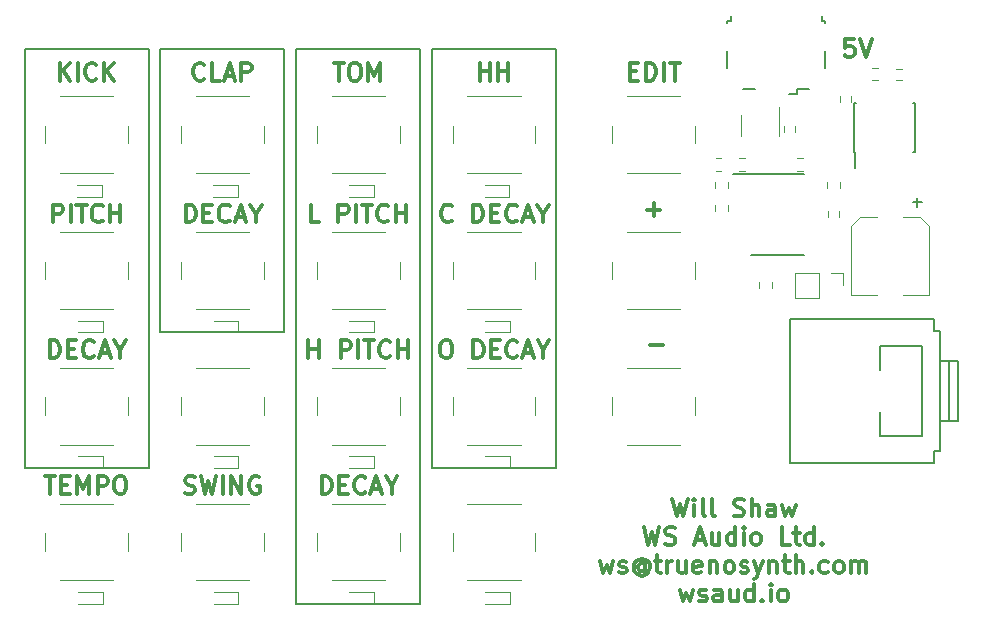
<source format=gbr>
G04 #@! TF.FileFunction,Legend,Top*
%FSLAX46Y46*%
G04 Gerber Fmt 4.6, Leading zero omitted, Abs format (unit mm)*
G04 Created by KiCad (PCBNEW 4.0.0-rc2-stable) date 16/03/2018 16:43:17*
%MOMM*%
G01*
G04 APERTURE LIST*
%ADD10C,0.100000*%
%ADD11C,0.300000*%
%ADD12C,0.200000*%
%ADD13C,0.120000*%
%ADD14C,0.150000*%
G04 APERTURE END LIST*
D10*
D11*
X162349515Y-91078571D02*
X162706658Y-92578571D01*
X162992372Y-91507143D01*
X163278086Y-92578571D01*
X163635229Y-91078571D01*
X164206658Y-92578571D02*
X164206658Y-91578571D01*
X164206658Y-91078571D02*
X164135229Y-91150000D01*
X164206658Y-91221429D01*
X164278086Y-91150000D01*
X164206658Y-91078571D01*
X164206658Y-91221429D01*
X165135230Y-92578571D02*
X164992372Y-92507143D01*
X164920944Y-92364286D01*
X164920944Y-91078571D01*
X165920944Y-92578571D02*
X165778086Y-92507143D01*
X165706658Y-92364286D01*
X165706658Y-91078571D01*
X167563800Y-92507143D02*
X167778086Y-92578571D01*
X168135229Y-92578571D01*
X168278086Y-92507143D01*
X168349515Y-92435714D01*
X168420943Y-92292857D01*
X168420943Y-92150000D01*
X168349515Y-92007143D01*
X168278086Y-91935714D01*
X168135229Y-91864286D01*
X167849515Y-91792857D01*
X167706657Y-91721429D01*
X167635229Y-91650000D01*
X167563800Y-91507143D01*
X167563800Y-91364286D01*
X167635229Y-91221429D01*
X167706657Y-91150000D01*
X167849515Y-91078571D01*
X168206657Y-91078571D01*
X168420943Y-91150000D01*
X169063800Y-92578571D02*
X169063800Y-91078571D01*
X169706657Y-92578571D02*
X169706657Y-91792857D01*
X169635228Y-91650000D01*
X169492371Y-91578571D01*
X169278086Y-91578571D01*
X169135228Y-91650000D01*
X169063800Y-91721429D01*
X171063800Y-92578571D02*
X171063800Y-91792857D01*
X170992371Y-91650000D01*
X170849514Y-91578571D01*
X170563800Y-91578571D01*
X170420943Y-91650000D01*
X171063800Y-92507143D02*
X170920943Y-92578571D01*
X170563800Y-92578571D01*
X170420943Y-92507143D01*
X170349514Y-92364286D01*
X170349514Y-92221429D01*
X170420943Y-92078571D01*
X170563800Y-92007143D01*
X170920943Y-92007143D01*
X171063800Y-91935714D01*
X171635229Y-91578571D02*
X171920943Y-92578571D01*
X172206657Y-91864286D01*
X172492372Y-92578571D01*
X172778086Y-91578571D01*
X159956657Y-93478571D02*
X160313800Y-94978571D01*
X160599514Y-93907143D01*
X160885228Y-94978571D01*
X161242371Y-93478571D01*
X161742371Y-94907143D02*
X161956657Y-94978571D01*
X162313800Y-94978571D01*
X162456657Y-94907143D01*
X162528086Y-94835714D01*
X162599514Y-94692857D01*
X162599514Y-94550000D01*
X162528086Y-94407143D01*
X162456657Y-94335714D01*
X162313800Y-94264286D01*
X162028086Y-94192857D01*
X161885228Y-94121429D01*
X161813800Y-94050000D01*
X161742371Y-93907143D01*
X161742371Y-93764286D01*
X161813800Y-93621429D01*
X161885228Y-93550000D01*
X162028086Y-93478571D01*
X162385228Y-93478571D01*
X162599514Y-93550000D01*
X164313799Y-94550000D02*
X165028085Y-94550000D01*
X164170942Y-94978571D02*
X164670942Y-93478571D01*
X165170942Y-94978571D01*
X166313799Y-93978571D02*
X166313799Y-94978571D01*
X165670942Y-93978571D02*
X165670942Y-94764286D01*
X165742370Y-94907143D01*
X165885228Y-94978571D01*
X166099513Y-94978571D01*
X166242370Y-94907143D01*
X166313799Y-94835714D01*
X167670942Y-94978571D02*
X167670942Y-93478571D01*
X167670942Y-94907143D02*
X167528085Y-94978571D01*
X167242371Y-94978571D01*
X167099513Y-94907143D01*
X167028085Y-94835714D01*
X166956656Y-94692857D01*
X166956656Y-94264286D01*
X167028085Y-94121429D01*
X167099513Y-94050000D01*
X167242371Y-93978571D01*
X167528085Y-93978571D01*
X167670942Y-94050000D01*
X168385228Y-94978571D02*
X168385228Y-93978571D01*
X168385228Y-93478571D02*
X168313799Y-93550000D01*
X168385228Y-93621429D01*
X168456656Y-93550000D01*
X168385228Y-93478571D01*
X168385228Y-93621429D01*
X169313800Y-94978571D02*
X169170942Y-94907143D01*
X169099514Y-94835714D01*
X169028085Y-94692857D01*
X169028085Y-94264286D01*
X169099514Y-94121429D01*
X169170942Y-94050000D01*
X169313800Y-93978571D01*
X169528085Y-93978571D01*
X169670942Y-94050000D01*
X169742371Y-94121429D01*
X169813800Y-94264286D01*
X169813800Y-94692857D01*
X169742371Y-94835714D01*
X169670942Y-94907143D01*
X169528085Y-94978571D01*
X169313800Y-94978571D01*
X172313800Y-94978571D02*
X171599514Y-94978571D01*
X171599514Y-93478571D01*
X172599514Y-93978571D02*
X173170943Y-93978571D01*
X172813800Y-93478571D02*
X172813800Y-94764286D01*
X172885228Y-94907143D01*
X173028086Y-94978571D01*
X173170943Y-94978571D01*
X174313800Y-94978571D02*
X174313800Y-93478571D01*
X174313800Y-94907143D02*
X174170943Y-94978571D01*
X173885229Y-94978571D01*
X173742371Y-94907143D01*
X173670943Y-94835714D01*
X173599514Y-94692857D01*
X173599514Y-94264286D01*
X173670943Y-94121429D01*
X173742371Y-94050000D01*
X173885229Y-93978571D01*
X174170943Y-93978571D01*
X174313800Y-94050000D01*
X175028086Y-94835714D02*
X175099514Y-94907143D01*
X175028086Y-94978571D01*
X174956657Y-94907143D01*
X175028086Y-94835714D01*
X175028086Y-94978571D01*
X156206657Y-96378571D02*
X156492371Y-97378571D01*
X156778085Y-96664286D01*
X157063800Y-97378571D01*
X157349514Y-96378571D01*
X157849514Y-97307143D02*
X157992371Y-97378571D01*
X158278086Y-97378571D01*
X158420943Y-97307143D01*
X158492371Y-97164286D01*
X158492371Y-97092857D01*
X158420943Y-96950000D01*
X158278086Y-96878571D01*
X158063800Y-96878571D01*
X157920943Y-96807143D01*
X157849514Y-96664286D01*
X157849514Y-96592857D01*
X157920943Y-96450000D01*
X158063800Y-96378571D01*
X158278086Y-96378571D01*
X158420943Y-96450000D01*
X160063800Y-96664286D02*
X159992372Y-96592857D01*
X159849515Y-96521429D01*
X159706657Y-96521429D01*
X159563800Y-96592857D01*
X159492372Y-96664286D01*
X159420943Y-96807143D01*
X159420943Y-96950000D01*
X159492372Y-97092857D01*
X159563800Y-97164286D01*
X159706657Y-97235714D01*
X159849515Y-97235714D01*
X159992372Y-97164286D01*
X160063800Y-97092857D01*
X160063800Y-96521429D02*
X160063800Y-97092857D01*
X160135229Y-97164286D01*
X160206657Y-97164286D01*
X160349515Y-97092857D01*
X160420943Y-96950000D01*
X160420943Y-96592857D01*
X160278086Y-96378571D01*
X160063800Y-96235714D01*
X159778086Y-96164286D01*
X159492372Y-96235714D01*
X159278086Y-96378571D01*
X159135229Y-96592857D01*
X159063800Y-96878571D01*
X159135229Y-97164286D01*
X159278086Y-97378571D01*
X159492372Y-97521429D01*
X159778086Y-97592857D01*
X160063800Y-97521429D01*
X160278086Y-97378571D01*
X160849514Y-96378571D02*
X161420943Y-96378571D01*
X161063800Y-95878571D02*
X161063800Y-97164286D01*
X161135228Y-97307143D01*
X161278086Y-97378571D01*
X161420943Y-97378571D01*
X161920943Y-97378571D02*
X161920943Y-96378571D01*
X161920943Y-96664286D02*
X161992371Y-96521429D01*
X162063800Y-96450000D01*
X162206657Y-96378571D01*
X162349514Y-96378571D01*
X163492371Y-96378571D02*
X163492371Y-97378571D01*
X162849514Y-96378571D02*
X162849514Y-97164286D01*
X162920942Y-97307143D01*
X163063800Y-97378571D01*
X163278085Y-97378571D01*
X163420942Y-97307143D01*
X163492371Y-97235714D01*
X164778085Y-97307143D02*
X164635228Y-97378571D01*
X164349514Y-97378571D01*
X164206657Y-97307143D01*
X164135228Y-97164286D01*
X164135228Y-96592857D01*
X164206657Y-96450000D01*
X164349514Y-96378571D01*
X164635228Y-96378571D01*
X164778085Y-96450000D01*
X164849514Y-96592857D01*
X164849514Y-96735714D01*
X164135228Y-96878571D01*
X165492371Y-96378571D02*
X165492371Y-97378571D01*
X165492371Y-96521429D02*
X165563799Y-96450000D01*
X165706657Y-96378571D01*
X165920942Y-96378571D01*
X166063799Y-96450000D01*
X166135228Y-96592857D01*
X166135228Y-97378571D01*
X167063800Y-97378571D02*
X166920942Y-97307143D01*
X166849514Y-97235714D01*
X166778085Y-97092857D01*
X166778085Y-96664286D01*
X166849514Y-96521429D01*
X166920942Y-96450000D01*
X167063800Y-96378571D01*
X167278085Y-96378571D01*
X167420942Y-96450000D01*
X167492371Y-96521429D01*
X167563800Y-96664286D01*
X167563800Y-97092857D01*
X167492371Y-97235714D01*
X167420942Y-97307143D01*
X167278085Y-97378571D01*
X167063800Y-97378571D01*
X168135228Y-97307143D02*
X168278085Y-97378571D01*
X168563800Y-97378571D01*
X168706657Y-97307143D01*
X168778085Y-97164286D01*
X168778085Y-97092857D01*
X168706657Y-96950000D01*
X168563800Y-96878571D01*
X168349514Y-96878571D01*
X168206657Y-96807143D01*
X168135228Y-96664286D01*
X168135228Y-96592857D01*
X168206657Y-96450000D01*
X168349514Y-96378571D01*
X168563800Y-96378571D01*
X168706657Y-96450000D01*
X169278086Y-96378571D02*
X169635229Y-97378571D01*
X169992371Y-96378571D02*
X169635229Y-97378571D01*
X169492371Y-97735714D01*
X169420943Y-97807143D01*
X169278086Y-97878571D01*
X170563800Y-96378571D02*
X170563800Y-97378571D01*
X170563800Y-96521429D02*
X170635228Y-96450000D01*
X170778086Y-96378571D01*
X170992371Y-96378571D01*
X171135228Y-96450000D01*
X171206657Y-96592857D01*
X171206657Y-97378571D01*
X171706657Y-96378571D02*
X172278086Y-96378571D01*
X171920943Y-95878571D02*
X171920943Y-97164286D01*
X171992371Y-97307143D01*
X172135229Y-97378571D01*
X172278086Y-97378571D01*
X172778086Y-97378571D02*
X172778086Y-95878571D01*
X173420943Y-97378571D02*
X173420943Y-96592857D01*
X173349514Y-96450000D01*
X173206657Y-96378571D01*
X172992372Y-96378571D01*
X172849514Y-96450000D01*
X172778086Y-96521429D01*
X174135229Y-97235714D02*
X174206657Y-97307143D01*
X174135229Y-97378571D01*
X174063800Y-97307143D01*
X174135229Y-97235714D01*
X174135229Y-97378571D01*
X175492372Y-97307143D02*
X175349515Y-97378571D01*
X175063801Y-97378571D01*
X174920943Y-97307143D01*
X174849515Y-97235714D01*
X174778086Y-97092857D01*
X174778086Y-96664286D01*
X174849515Y-96521429D01*
X174920943Y-96450000D01*
X175063801Y-96378571D01*
X175349515Y-96378571D01*
X175492372Y-96450000D01*
X176349515Y-97378571D02*
X176206657Y-97307143D01*
X176135229Y-97235714D01*
X176063800Y-97092857D01*
X176063800Y-96664286D01*
X176135229Y-96521429D01*
X176206657Y-96450000D01*
X176349515Y-96378571D01*
X176563800Y-96378571D01*
X176706657Y-96450000D01*
X176778086Y-96521429D01*
X176849515Y-96664286D01*
X176849515Y-97092857D01*
X176778086Y-97235714D01*
X176706657Y-97307143D01*
X176563800Y-97378571D01*
X176349515Y-97378571D01*
X177492372Y-97378571D02*
X177492372Y-96378571D01*
X177492372Y-96521429D02*
X177563800Y-96450000D01*
X177706658Y-96378571D01*
X177920943Y-96378571D01*
X178063800Y-96450000D01*
X178135229Y-96592857D01*
X178135229Y-97378571D01*
X178135229Y-96592857D02*
X178206658Y-96450000D01*
X178349515Y-96378571D01*
X178563800Y-96378571D01*
X178706658Y-96450000D01*
X178778086Y-96592857D01*
X178778086Y-97378571D01*
X162956657Y-98778571D02*
X163242371Y-99778571D01*
X163528085Y-99064286D01*
X163813800Y-99778571D01*
X164099514Y-98778571D01*
X164599514Y-99707143D02*
X164742371Y-99778571D01*
X165028086Y-99778571D01*
X165170943Y-99707143D01*
X165242371Y-99564286D01*
X165242371Y-99492857D01*
X165170943Y-99350000D01*
X165028086Y-99278571D01*
X164813800Y-99278571D01*
X164670943Y-99207143D01*
X164599514Y-99064286D01*
X164599514Y-98992857D01*
X164670943Y-98850000D01*
X164813800Y-98778571D01*
X165028086Y-98778571D01*
X165170943Y-98850000D01*
X166528086Y-99778571D02*
X166528086Y-98992857D01*
X166456657Y-98850000D01*
X166313800Y-98778571D01*
X166028086Y-98778571D01*
X165885229Y-98850000D01*
X166528086Y-99707143D02*
X166385229Y-99778571D01*
X166028086Y-99778571D01*
X165885229Y-99707143D01*
X165813800Y-99564286D01*
X165813800Y-99421429D01*
X165885229Y-99278571D01*
X166028086Y-99207143D01*
X166385229Y-99207143D01*
X166528086Y-99135714D01*
X167885229Y-98778571D02*
X167885229Y-99778571D01*
X167242372Y-98778571D02*
X167242372Y-99564286D01*
X167313800Y-99707143D01*
X167456658Y-99778571D01*
X167670943Y-99778571D01*
X167813800Y-99707143D01*
X167885229Y-99635714D01*
X169242372Y-99778571D02*
X169242372Y-98278571D01*
X169242372Y-99707143D02*
X169099515Y-99778571D01*
X168813801Y-99778571D01*
X168670943Y-99707143D01*
X168599515Y-99635714D01*
X168528086Y-99492857D01*
X168528086Y-99064286D01*
X168599515Y-98921429D01*
X168670943Y-98850000D01*
X168813801Y-98778571D01*
X169099515Y-98778571D01*
X169242372Y-98850000D01*
X169956658Y-99635714D02*
X170028086Y-99707143D01*
X169956658Y-99778571D01*
X169885229Y-99707143D01*
X169956658Y-99635714D01*
X169956658Y-99778571D01*
X170670944Y-99778571D02*
X170670944Y-98778571D01*
X170670944Y-98278571D02*
X170599515Y-98350000D01*
X170670944Y-98421429D01*
X170742372Y-98350000D01*
X170670944Y-98278571D01*
X170670944Y-98421429D01*
X171599516Y-99778571D02*
X171456658Y-99707143D01*
X171385230Y-99635714D01*
X171313801Y-99492857D01*
X171313801Y-99064286D01*
X171385230Y-98921429D01*
X171456658Y-98850000D01*
X171599516Y-98778571D01*
X171813801Y-98778571D01*
X171956658Y-98850000D01*
X172028087Y-98921429D01*
X172099516Y-99064286D01*
X172099516Y-99492857D01*
X172028087Y-99635714D01*
X171956658Y-99707143D01*
X171813801Y-99778571D01*
X171599516Y-99778571D01*
X177714287Y-52178571D02*
X177000001Y-52178571D01*
X176928572Y-52892857D01*
X177000001Y-52821429D01*
X177142858Y-52750000D01*
X177500001Y-52750000D01*
X177642858Y-52821429D01*
X177714287Y-52892857D01*
X177785715Y-53035714D01*
X177785715Y-53392857D01*
X177714287Y-53535714D01*
X177642858Y-53607143D01*
X177500001Y-53678571D01*
X177142858Y-53678571D01*
X177000001Y-53607143D01*
X176928572Y-53535714D01*
X178214286Y-52178571D02*
X178714286Y-53678571D01*
X179214286Y-52178571D01*
X160428572Y-78107143D02*
X161571429Y-78107143D01*
X160178572Y-66607143D02*
X161321429Y-66607143D01*
X160750000Y-67178571D02*
X160750000Y-66035714D01*
X158750000Y-54892857D02*
X159250000Y-54892857D01*
X159464286Y-55678571D02*
X158750000Y-55678571D01*
X158750000Y-54178571D01*
X159464286Y-54178571D01*
X160107143Y-55678571D02*
X160107143Y-54178571D01*
X160464286Y-54178571D01*
X160678571Y-54250000D01*
X160821429Y-54392857D01*
X160892857Y-54535714D01*
X160964286Y-54821429D01*
X160964286Y-55035714D01*
X160892857Y-55321429D01*
X160821429Y-55464286D01*
X160678571Y-55607143D01*
X160464286Y-55678571D01*
X160107143Y-55678571D01*
X161607143Y-55678571D02*
X161607143Y-54178571D01*
X162107143Y-54178571D02*
X162964286Y-54178571D01*
X162535715Y-55678571D02*
X162535715Y-54178571D01*
D12*
X142000000Y-53000000D02*
X152500000Y-53000000D01*
D11*
X146035714Y-55678571D02*
X146035714Y-54178571D01*
X146035714Y-54892857D02*
X146892857Y-54892857D01*
X146892857Y-55678571D02*
X146892857Y-54178571D01*
X147607143Y-55678571D02*
X147607143Y-54178571D01*
X147607143Y-54892857D02*
X148464286Y-54892857D01*
X148464286Y-55678571D02*
X148464286Y-54178571D01*
X143678572Y-67535714D02*
X143607143Y-67607143D01*
X143392857Y-67678571D01*
X143250000Y-67678571D01*
X143035715Y-67607143D01*
X142892857Y-67464286D01*
X142821429Y-67321429D01*
X142750000Y-67035714D01*
X142750000Y-66821429D01*
X142821429Y-66535714D01*
X142892857Y-66392857D01*
X143035715Y-66250000D01*
X143250000Y-66178571D01*
X143392857Y-66178571D01*
X143607143Y-66250000D01*
X143678572Y-66321429D01*
X145464286Y-67678571D02*
X145464286Y-66178571D01*
X145821429Y-66178571D01*
X146035714Y-66250000D01*
X146178572Y-66392857D01*
X146250000Y-66535714D01*
X146321429Y-66821429D01*
X146321429Y-67035714D01*
X146250000Y-67321429D01*
X146178572Y-67464286D01*
X146035714Y-67607143D01*
X145821429Y-67678571D01*
X145464286Y-67678571D01*
X146964286Y-66892857D02*
X147464286Y-66892857D01*
X147678572Y-67678571D02*
X146964286Y-67678571D01*
X146964286Y-66178571D01*
X147678572Y-66178571D01*
X149178572Y-67535714D02*
X149107143Y-67607143D01*
X148892857Y-67678571D01*
X148750000Y-67678571D01*
X148535715Y-67607143D01*
X148392857Y-67464286D01*
X148321429Y-67321429D01*
X148250000Y-67035714D01*
X148250000Y-66821429D01*
X148321429Y-66535714D01*
X148392857Y-66392857D01*
X148535715Y-66250000D01*
X148750000Y-66178571D01*
X148892857Y-66178571D01*
X149107143Y-66250000D01*
X149178572Y-66321429D01*
X149750000Y-67250000D02*
X150464286Y-67250000D01*
X149607143Y-67678571D02*
X150107143Y-66178571D01*
X150607143Y-67678571D01*
X151392857Y-66964286D02*
X151392857Y-67678571D01*
X150892857Y-66178571D02*
X151392857Y-66964286D01*
X151892857Y-66178571D01*
X143071429Y-77678571D02*
X143357143Y-77678571D01*
X143500001Y-77750000D01*
X143642858Y-77892857D01*
X143714286Y-78178571D01*
X143714286Y-78678571D01*
X143642858Y-78964286D01*
X143500001Y-79107143D01*
X143357143Y-79178571D01*
X143071429Y-79178571D01*
X142928572Y-79107143D01*
X142785715Y-78964286D01*
X142714286Y-78678571D01*
X142714286Y-78178571D01*
X142785715Y-77892857D01*
X142928572Y-77750000D01*
X143071429Y-77678571D01*
X145500001Y-79178571D02*
X145500001Y-77678571D01*
X145857144Y-77678571D01*
X146071429Y-77750000D01*
X146214287Y-77892857D01*
X146285715Y-78035714D01*
X146357144Y-78321429D01*
X146357144Y-78535714D01*
X146285715Y-78821429D01*
X146214287Y-78964286D01*
X146071429Y-79107143D01*
X145857144Y-79178571D01*
X145500001Y-79178571D01*
X147000001Y-78392857D02*
X147500001Y-78392857D01*
X147714287Y-79178571D02*
X147000001Y-79178571D01*
X147000001Y-77678571D01*
X147714287Y-77678571D01*
X149214287Y-79035714D02*
X149142858Y-79107143D01*
X148928572Y-79178571D01*
X148785715Y-79178571D01*
X148571430Y-79107143D01*
X148428572Y-78964286D01*
X148357144Y-78821429D01*
X148285715Y-78535714D01*
X148285715Y-78321429D01*
X148357144Y-78035714D01*
X148428572Y-77892857D01*
X148571430Y-77750000D01*
X148785715Y-77678571D01*
X148928572Y-77678571D01*
X149142858Y-77750000D01*
X149214287Y-77821429D01*
X149785715Y-78750000D02*
X150500001Y-78750000D01*
X149642858Y-79178571D02*
X150142858Y-77678571D01*
X150642858Y-79178571D01*
X151428572Y-78464286D02*
X151428572Y-79178571D01*
X150928572Y-77678571D02*
X151428572Y-78464286D01*
X151928572Y-77678571D01*
D12*
X142000000Y-88500000D02*
X142000000Y-53000000D01*
X152500000Y-53000000D02*
X152500000Y-88500000D01*
X152500000Y-88500000D02*
X142000000Y-88500000D01*
X130500000Y-53000000D02*
X141000000Y-53000000D01*
D11*
X133678571Y-54178571D02*
X134535714Y-54178571D01*
X134107143Y-55678571D02*
X134107143Y-54178571D01*
X135321428Y-54178571D02*
X135607142Y-54178571D01*
X135750000Y-54250000D01*
X135892857Y-54392857D01*
X135964285Y-54678571D01*
X135964285Y-55178571D01*
X135892857Y-55464286D01*
X135750000Y-55607143D01*
X135607142Y-55678571D01*
X135321428Y-55678571D01*
X135178571Y-55607143D01*
X135035714Y-55464286D01*
X134964285Y-55178571D01*
X134964285Y-54678571D01*
X135035714Y-54392857D01*
X135178571Y-54250000D01*
X135321428Y-54178571D01*
X136607143Y-55678571D02*
X136607143Y-54178571D01*
X137107143Y-55250000D01*
X137607143Y-54178571D01*
X137607143Y-55678571D01*
X132428572Y-67678571D02*
X131714286Y-67678571D01*
X131714286Y-66178571D01*
X134071429Y-67678571D02*
X134071429Y-66178571D01*
X134642857Y-66178571D01*
X134785715Y-66250000D01*
X134857143Y-66321429D01*
X134928572Y-66464286D01*
X134928572Y-66678571D01*
X134857143Y-66821429D01*
X134785715Y-66892857D01*
X134642857Y-66964286D01*
X134071429Y-66964286D01*
X135571429Y-67678571D02*
X135571429Y-66178571D01*
X136071429Y-66178571D02*
X136928572Y-66178571D01*
X136500001Y-67678571D02*
X136500001Y-66178571D01*
X138285715Y-67535714D02*
X138214286Y-67607143D01*
X138000000Y-67678571D01*
X137857143Y-67678571D01*
X137642858Y-67607143D01*
X137500000Y-67464286D01*
X137428572Y-67321429D01*
X137357143Y-67035714D01*
X137357143Y-66821429D01*
X137428572Y-66535714D01*
X137500000Y-66392857D01*
X137642858Y-66250000D01*
X137857143Y-66178571D01*
X138000000Y-66178571D01*
X138214286Y-66250000D01*
X138285715Y-66321429D01*
X138928572Y-67678571D02*
X138928572Y-66178571D01*
X138928572Y-66892857D02*
X139785715Y-66892857D01*
X139785715Y-67678571D02*
X139785715Y-66178571D01*
X131535714Y-79178571D02*
X131535714Y-77678571D01*
X131535714Y-78392857D02*
X132392857Y-78392857D01*
X132392857Y-79178571D02*
X132392857Y-77678571D01*
X134250000Y-79178571D02*
X134250000Y-77678571D01*
X134821428Y-77678571D01*
X134964286Y-77750000D01*
X135035714Y-77821429D01*
X135107143Y-77964286D01*
X135107143Y-78178571D01*
X135035714Y-78321429D01*
X134964286Y-78392857D01*
X134821428Y-78464286D01*
X134250000Y-78464286D01*
X135750000Y-79178571D02*
X135750000Y-77678571D01*
X136250000Y-77678571D02*
X137107143Y-77678571D01*
X136678572Y-79178571D02*
X136678572Y-77678571D01*
X138464286Y-79035714D02*
X138392857Y-79107143D01*
X138178571Y-79178571D01*
X138035714Y-79178571D01*
X137821429Y-79107143D01*
X137678571Y-78964286D01*
X137607143Y-78821429D01*
X137535714Y-78535714D01*
X137535714Y-78321429D01*
X137607143Y-78035714D01*
X137678571Y-77892857D01*
X137821429Y-77750000D01*
X138035714Y-77678571D01*
X138178571Y-77678571D01*
X138392857Y-77750000D01*
X138464286Y-77821429D01*
X139107143Y-79178571D02*
X139107143Y-77678571D01*
X139107143Y-78392857D02*
X139964286Y-78392857D01*
X139964286Y-79178571D02*
X139964286Y-77678571D01*
D12*
X130500000Y-100000000D02*
X130500000Y-53000000D01*
X141000000Y-53000000D02*
X141000000Y-100000000D01*
X141000000Y-100000000D02*
X130500000Y-100000000D01*
D11*
X132642858Y-90678571D02*
X132642858Y-89178571D01*
X133000001Y-89178571D01*
X133214286Y-89250000D01*
X133357144Y-89392857D01*
X133428572Y-89535714D01*
X133500001Y-89821429D01*
X133500001Y-90035714D01*
X133428572Y-90321429D01*
X133357144Y-90464286D01*
X133214286Y-90607143D01*
X133000001Y-90678571D01*
X132642858Y-90678571D01*
X134142858Y-89892857D02*
X134642858Y-89892857D01*
X134857144Y-90678571D02*
X134142858Y-90678571D01*
X134142858Y-89178571D01*
X134857144Y-89178571D01*
X136357144Y-90535714D02*
X136285715Y-90607143D01*
X136071429Y-90678571D01*
X135928572Y-90678571D01*
X135714287Y-90607143D01*
X135571429Y-90464286D01*
X135500001Y-90321429D01*
X135428572Y-90035714D01*
X135428572Y-89821429D01*
X135500001Y-89535714D01*
X135571429Y-89392857D01*
X135714287Y-89250000D01*
X135928572Y-89178571D01*
X136071429Y-89178571D01*
X136285715Y-89250000D01*
X136357144Y-89321429D01*
X136928572Y-90250000D02*
X137642858Y-90250000D01*
X136785715Y-90678571D02*
X137285715Y-89178571D01*
X137785715Y-90678571D01*
X138571429Y-89964286D02*
X138571429Y-90678571D01*
X138071429Y-89178571D02*
X138571429Y-89964286D01*
X139071429Y-89178571D01*
D12*
X119000000Y-53000000D02*
X129500000Y-53000000D01*
D11*
X122714286Y-55535714D02*
X122642857Y-55607143D01*
X122428571Y-55678571D01*
X122285714Y-55678571D01*
X122071429Y-55607143D01*
X121928571Y-55464286D01*
X121857143Y-55321429D01*
X121785714Y-55035714D01*
X121785714Y-54821429D01*
X121857143Y-54535714D01*
X121928571Y-54392857D01*
X122071429Y-54250000D01*
X122285714Y-54178571D01*
X122428571Y-54178571D01*
X122642857Y-54250000D01*
X122714286Y-54321429D01*
X124071429Y-55678571D02*
X123357143Y-55678571D01*
X123357143Y-54178571D01*
X124500000Y-55250000D02*
X125214286Y-55250000D01*
X124357143Y-55678571D02*
X124857143Y-54178571D01*
X125357143Y-55678571D01*
X125857143Y-55678571D02*
X125857143Y-54178571D01*
X126428571Y-54178571D01*
X126571429Y-54250000D01*
X126642857Y-54321429D01*
X126714286Y-54464286D01*
X126714286Y-54678571D01*
X126642857Y-54821429D01*
X126571429Y-54892857D01*
X126428571Y-54964286D01*
X125857143Y-54964286D01*
X121142858Y-67678571D02*
X121142858Y-66178571D01*
X121500001Y-66178571D01*
X121714286Y-66250000D01*
X121857144Y-66392857D01*
X121928572Y-66535714D01*
X122000001Y-66821429D01*
X122000001Y-67035714D01*
X121928572Y-67321429D01*
X121857144Y-67464286D01*
X121714286Y-67607143D01*
X121500001Y-67678571D01*
X121142858Y-67678571D01*
X122642858Y-66892857D02*
X123142858Y-66892857D01*
X123357144Y-67678571D02*
X122642858Y-67678571D01*
X122642858Y-66178571D01*
X123357144Y-66178571D01*
X124857144Y-67535714D02*
X124785715Y-67607143D01*
X124571429Y-67678571D01*
X124428572Y-67678571D01*
X124214287Y-67607143D01*
X124071429Y-67464286D01*
X124000001Y-67321429D01*
X123928572Y-67035714D01*
X123928572Y-66821429D01*
X124000001Y-66535714D01*
X124071429Y-66392857D01*
X124214287Y-66250000D01*
X124428572Y-66178571D01*
X124571429Y-66178571D01*
X124785715Y-66250000D01*
X124857144Y-66321429D01*
X125428572Y-67250000D02*
X126142858Y-67250000D01*
X125285715Y-67678571D02*
X125785715Y-66178571D01*
X126285715Y-67678571D01*
X127071429Y-66964286D02*
X127071429Y-67678571D01*
X126571429Y-66178571D02*
X127071429Y-66964286D01*
X127571429Y-66178571D01*
D12*
X119000000Y-77000000D02*
X119000000Y-53000000D01*
X129500000Y-53000000D02*
X129500000Y-77000000D01*
X129500000Y-77000000D02*
X119000000Y-77000000D01*
D11*
X121071428Y-90607143D02*
X121285714Y-90678571D01*
X121642857Y-90678571D01*
X121785714Y-90607143D01*
X121857143Y-90535714D01*
X121928571Y-90392857D01*
X121928571Y-90250000D01*
X121857143Y-90107143D01*
X121785714Y-90035714D01*
X121642857Y-89964286D01*
X121357143Y-89892857D01*
X121214285Y-89821429D01*
X121142857Y-89750000D01*
X121071428Y-89607143D01*
X121071428Y-89464286D01*
X121142857Y-89321429D01*
X121214285Y-89250000D01*
X121357143Y-89178571D01*
X121714285Y-89178571D01*
X121928571Y-89250000D01*
X122428571Y-89178571D02*
X122785714Y-90678571D01*
X123071428Y-89607143D01*
X123357142Y-90678571D01*
X123714285Y-89178571D01*
X124285714Y-90678571D02*
X124285714Y-89178571D01*
X125000000Y-90678571D02*
X125000000Y-89178571D01*
X125857143Y-90678571D01*
X125857143Y-89178571D01*
X127357143Y-89250000D02*
X127214286Y-89178571D01*
X127000000Y-89178571D01*
X126785715Y-89250000D01*
X126642857Y-89392857D01*
X126571429Y-89535714D01*
X126500000Y-89821429D01*
X126500000Y-90035714D01*
X126571429Y-90321429D01*
X126642857Y-90464286D01*
X126785715Y-90607143D01*
X127000000Y-90678571D01*
X127142857Y-90678571D01*
X127357143Y-90607143D01*
X127428572Y-90535714D01*
X127428572Y-90035714D01*
X127142857Y-90035714D01*
X109250000Y-89178571D02*
X110107143Y-89178571D01*
X109678572Y-90678571D02*
X109678572Y-89178571D01*
X110607143Y-89892857D02*
X111107143Y-89892857D01*
X111321429Y-90678571D02*
X110607143Y-90678571D01*
X110607143Y-89178571D01*
X111321429Y-89178571D01*
X111964286Y-90678571D02*
X111964286Y-89178571D01*
X112464286Y-90250000D01*
X112964286Y-89178571D01*
X112964286Y-90678571D01*
X113678572Y-90678571D02*
X113678572Y-89178571D01*
X114250000Y-89178571D01*
X114392858Y-89250000D01*
X114464286Y-89321429D01*
X114535715Y-89464286D01*
X114535715Y-89678571D01*
X114464286Y-89821429D01*
X114392858Y-89892857D01*
X114250000Y-89964286D01*
X113678572Y-89964286D01*
X115464286Y-89178571D02*
X115750000Y-89178571D01*
X115892858Y-89250000D01*
X116035715Y-89392857D01*
X116107143Y-89678571D01*
X116107143Y-90178571D01*
X116035715Y-90464286D01*
X115892858Y-90607143D01*
X115750000Y-90678571D01*
X115464286Y-90678571D01*
X115321429Y-90607143D01*
X115178572Y-90464286D01*
X115107143Y-90178571D01*
X115107143Y-89678571D01*
X115178572Y-89392857D01*
X115321429Y-89250000D01*
X115464286Y-89178571D01*
X109642858Y-79178571D02*
X109642858Y-77678571D01*
X110000001Y-77678571D01*
X110214286Y-77750000D01*
X110357144Y-77892857D01*
X110428572Y-78035714D01*
X110500001Y-78321429D01*
X110500001Y-78535714D01*
X110428572Y-78821429D01*
X110357144Y-78964286D01*
X110214286Y-79107143D01*
X110000001Y-79178571D01*
X109642858Y-79178571D01*
X111142858Y-78392857D02*
X111642858Y-78392857D01*
X111857144Y-79178571D02*
X111142858Y-79178571D01*
X111142858Y-77678571D01*
X111857144Y-77678571D01*
X113357144Y-79035714D02*
X113285715Y-79107143D01*
X113071429Y-79178571D01*
X112928572Y-79178571D01*
X112714287Y-79107143D01*
X112571429Y-78964286D01*
X112500001Y-78821429D01*
X112428572Y-78535714D01*
X112428572Y-78321429D01*
X112500001Y-78035714D01*
X112571429Y-77892857D01*
X112714287Y-77750000D01*
X112928572Y-77678571D01*
X113071429Y-77678571D01*
X113285715Y-77750000D01*
X113357144Y-77821429D01*
X113928572Y-78750000D02*
X114642858Y-78750000D01*
X113785715Y-79178571D02*
X114285715Y-77678571D01*
X114785715Y-79178571D01*
X115571429Y-78464286D02*
X115571429Y-79178571D01*
X115071429Y-77678571D02*
X115571429Y-78464286D01*
X116071429Y-77678571D01*
X109892857Y-67678571D02*
X109892857Y-66178571D01*
X110464285Y-66178571D01*
X110607143Y-66250000D01*
X110678571Y-66321429D01*
X110750000Y-66464286D01*
X110750000Y-66678571D01*
X110678571Y-66821429D01*
X110607143Y-66892857D01*
X110464285Y-66964286D01*
X109892857Y-66964286D01*
X111392857Y-67678571D02*
X111392857Y-66178571D01*
X111892857Y-66178571D02*
X112750000Y-66178571D01*
X112321429Y-67678571D02*
X112321429Y-66178571D01*
X114107143Y-67535714D02*
X114035714Y-67607143D01*
X113821428Y-67678571D01*
X113678571Y-67678571D01*
X113464286Y-67607143D01*
X113321428Y-67464286D01*
X113250000Y-67321429D01*
X113178571Y-67035714D01*
X113178571Y-66821429D01*
X113250000Y-66535714D01*
X113321428Y-66392857D01*
X113464286Y-66250000D01*
X113678571Y-66178571D01*
X113821428Y-66178571D01*
X114035714Y-66250000D01*
X114107143Y-66321429D01*
X114750000Y-67678571D02*
X114750000Y-66178571D01*
X114750000Y-66892857D02*
X115607143Y-66892857D01*
X115607143Y-67678571D02*
X115607143Y-66178571D01*
X110500000Y-55678571D02*
X110500000Y-54178571D01*
X111357143Y-55678571D02*
X110714286Y-54821429D01*
X111357143Y-54178571D02*
X110500000Y-55035714D01*
X112000000Y-55678571D02*
X112000000Y-54178571D01*
X113571429Y-55535714D02*
X113500000Y-55607143D01*
X113285714Y-55678571D01*
X113142857Y-55678571D01*
X112928572Y-55607143D01*
X112785714Y-55464286D01*
X112714286Y-55321429D01*
X112642857Y-55035714D01*
X112642857Y-54821429D01*
X112714286Y-54535714D01*
X112785714Y-54392857D01*
X112928572Y-54250000D01*
X113142857Y-54178571D01*
X113285714Y-54178571D01*
X113500000Y-54250000D01*
X113571429Y-54321429D01*
X114214286Y-55678571D02*
X114214286Y-54178571D01*
X115071429Y-55678571D02*
X114428572Y-54821429D01*
X115071429Y-54178571D02*
X114214286Y-55035714D01*
D12*
X107500000Y-88500000D02*
X107500000Y-53000000D01*
X118000000Y-88500000D02*
X107500000Y-88500000D01*
X118000000Y-53000000D02*
X118000000Y-88500000D01*
X107500000Y-53000000D02*
X118000000Y-53000000D01*
D13*
X171780000Y-59500000D02*
X171780000Y-60000000D01*
X172720000Y-60000000D02*
X172720000Y-59500000D01*
X181750000Y-54670616D02*
X181250000Y-54670616D01*
X181250000Y-55610616D02*
X181750000Y-55610616D01*
X176530000Y-57000000D02*
X176530000Y-57500000D01*
X177470000Y-57500000D02*
X177470000Y-57000000D01*
X176470000Y-67250000D02*
X176470000Y-66750000D01*
X175530000Y-66750000D02*
X175530000Y-67250000D01*
X177450000Y-73800000D02*
X179630000Y-73800000D01*
X184050000Y-73800000D02*
X181870000Y-73800000D01*
X178210000Y-67200000D02*
X179630000Y-67200000D01*
X183290000Y-67200000D02*
X181870000Y-67200000D01*
X177450000Y-73800000D02*
X177450000Y-67960000D01*
X177450000Y-67960000D02*
X178210000Y-67200000D01*
X183290000Y-67200000D02*
X184050000Y-67960000D01*
X184050000Y-67960000D02*
X184050000Y-73800000D01*
X114050000Y-65500000D02*
X114050000Y-64500000D01*
X114050000Y-64500000D02*
X111950000Y-64500000D01*
X114050000Y-65500000D02*
X111950000Y-65500000D01*
X114100000Y-77000000D02*
X114100000Y-76000000D01*
X114100000Y-76000000D02*
X112000000Y-76000000D01*
X114100000Y-77000000D02*
X112000000Y-77000000D01*
X114100000Y-88500000D02*
X114100000Y-87500000D01*
X114100000Y-87500000D02*
X112000000Y-87500000D01*
X114100000Y-88500000D02*
X112000000Y-88500000D01*
X114100000Y-100000000D02*
X114100000Y-99000000D01*
X114100000Y-99000000D02*
X112000000Y-99000000D01*
X114100000Y-100000000D02*
X112000000Y-100000000D01*
X125550000Y-65500000D02*
X125550000Y-64500000D01*
X125550000Y-64500000D02*
X123450000Y-64500000D01*
X125550000Y-65500000D02*
X123450000Y-65500000D01*
X125600000Y-77000000D02*
X125600000Y-76000000D01*
X125600000Y-76000000D02*
X123500000Y-76000000D01*
X125600000Y-77000000D02*
X123500000Y-77000000D01*
X125600000Y-88500000D02*
X125600000Y-87500000D01*
X125600000Y-87500000D02*
X123500000Y-87500000D01*
X125600000Y-88500000D02*
X123500000Y-88500000D01*
X125600000Y-100000000D02*
X125600000Y-99000000D01*
X125600000Y-99000000D02*
X123500000Y-99000000D01*
X125600000Y-100000000D02*
X123500000Y-100000000D01*
X137050000Y-65500000D02*
X137050000Y-64500000D01*
X137050000Y-64500000D02*
X134950000Y-64500000D01*
X137050000Y-65500000D02*
X134950000Y-65500000D01*
X137100000Y-77000000D02*
X137100000Y-76000000D01*
X137100000Y-76000000D02*
X135000000Y-76000000D01*
X137100000Y-77000000D02*
X135000000Y-77000000D01*
X137100000Y-88500000D02*
X137100000Y-87500000D01*
X137100000Y-87500000D02*
X135000000Y-87500000D01*
X137100000Y-88500000D02*
X135000000Y-88500000D01*
X137100000Y-100000000D02*
X137100000Y-99000000D01*
X137100000Y-99000000D02*
X135000000Y-99000000D01*
X137100000Y-100000000D02*
X135000000Y-100000000D01*
X148550000Y-65500000D02*
X148550000Y-64500000D01*
X148550000Y-64500000D02*
X146450000Y-64500000D01*
X148550000Y-65500000D02*
X146450000Y-65500000D01*
X148600000Y-77000000D02*
X148600000Y-76000000D01*
X148600000Y-76000000D02*
X146500000Y-76000000D01*
X148600000Y-77000000D02*
X146500000Y-77000000D01*
X148600000Y-88500000D02*
X148600000Y-87500000D01*
X148600000Y-87500000D02*
X146500000Y-87500000D01*
X148600000Y-88500000D02*
X146500000Y-88500000D01*
X148600000Y-100000000D02*
X148600000Y-99000000D01*
X148600000Y-99000000D02*
X146500000Y-99000000D01*
X148600000Y-100000000D02*
X146500000Y-100000000D01*
D14*
X179928000Y-80222000D02*
X179928000Y-78190000D01*
X179928000Y-78190000D02*
X183484000Y-78190000D01*
X183484000Y-78190000D02*
X183484000Y-85810000D01*
X183484000Y-85810000D02*
X179928000Y-85810000D01*
X179928000Y-85810000D02*
X179928000Y-83778000D01*
X184500000Y-76920000D02*
X184500000Y-75904000D01*
X184500000Y-88096000D02*
X184500000Y-87080000D01*
X186532000Y-79460000D02*
X185008000Y-79460000D01*
X185008000Y-84540000D02*
X186532000Y-84540000D01*
X185770000Y-79460000D02*
X185770000Y-84540000D01*
X184500000Y-76920000D02*
X184754000Y-76920000D01*
X184754000Y-76920000D02*
X185008000Y-76920000D01*
X185008000Y-76920000D02*
X185008000Y-87080000D01*
X185008000Y-87080000D02*
X184500000Y-87080000D01*
X186532000Y-79460000D02*
X186532000Y-84540000D01*
X172308000Y-75904000D02*
X184500000Y-75904000D01*
X184500000Y-88096000D02*
X172308000Y-88096000D01*
X172308000Y-88096000D02*
X172308000Y-75904000D01*
D13*
X172690000Y-71940000D02*
X172690000Y-74060000D01*
X174750000Y-71940000D02*
X172690000Y-71940000D01*
X174750000Y-74060000D02*
X172690000Y-74060000D01*
X174750000Y-71940000D02*
X174750000Y-74060000D01*
X175750000Y-71940000D02*
X176810000Y-71940000D01*
X176810000Y-71940000D02*
X176810000Y-73000000D01*
D14*
X175275000Y-54600000D02*
X175275000Y-53200000D01*
X175275000Y-50800000D02*
X175275000Y-50650000D01*
X175275000Y-50650000D02*
X174975000Y-50650000D01*
X174975000Y-50650000D02*
X174975000Y-50200000D01*
X167275000Y-50200000D02*
X167275000Y-50650000D01*
X167275000Y-50650000D02*
X166975000Y-50650000D01*
X166975000Y-50650000D02*
X166975000Y-50800000D01*
X166975000Y-53200000D02*
X166975000Y-54600000D01*
X172200000Y-56775000D02*
X172925000Y-56775000D01*
X172925000Y-56775000D02*
X172925000Y-56350000D01*
X172925000Y-56350000D02*
X173925000Y-56350000D01*
X169325000Y-56350000D02*
X168325000Y-56350000D01*
D13*
X167030000Y-66750000D02*
X167030000Y-66250000D01*
X165970000Y-66250000D02*
X165970000Y-66750000D01*
X167030000Y-64750000D02*
X167030000Y-64250000D01*
X165970000Y-64250000D02*
X165970000Y-64750000D01*
X169720000Y-72750000D02*
X169720000Y-73250000D01*
X170780000Y-73250000D02*
X170780000Y-72750000D01*
X175470000Y-64252800D02*
X175470000Y-64752800D01*
X176530000Y-64752800D02*
X176530000Y-64252800D01*
X173405200Y-62271000D02*
X172905200Y-62271000D01*
X172905200Y-63331000D02*
X173405200Y-63331000D01*
X179250000Y-55670616D02*
X179750000Y-55670616D01*
X179750000Y-54610616D02*
X179250000Y-54610616D01*
X110500000Y-63500000D02*
X115000000Y-63500000D01*
X109250000Y-59500000D02*
X109250000Y-61000000D01*
X115000000Y-57000000D02*
X110500000Y-57000000D01*
X116250000Y-61000000D02*
X116250000Y-59500000D01*
X110500000Y-75000000D02*
X115000000Y-75000000D01*
X109250000Y-71000000D02*
X109250000Y-72500000D01*
X115000000Y-68500000D02*
X110500000Y-68500000D01*
X116250000Y-72500000D02*
X116250000Y-71000000D01*
X110500000Y-86500000D02*
X115000000Y-86500000D01*
X109250000Y-82500000D02*
X109250000Y-84000000D01*
X115000000Y-80000000D02*
X110500000Y-80000000D01*
X116250000Y-84000000D02*
X116250000Y-82500000D01*
X110500000Y-98000000D02*
X115000000Y-98000000D01*
X109250000Y-94000000D02*
X109250000Y-95500000D01*
X115000000Y-91500000D02*
X110500000Y-91500000D01*
X116250000Y-95500000D02*
X116250000Y-94000000D01*
X122000000Y-63500000D02*
X126500000Y-63500000D01*
X120750000Y-59500000D02*
X120750000Y-61000000D01*
X126500000Y-57000000D02*
X122000000Y-57000000D01*
X127750000Y-61000000D02*
X127750000Y-59500000D01*
X122000000Y-75000000D02*
X126500000Y-75000000D01*
X120750000Y-71000000D02*
X120750000Y-72500000D01*
X126500000Y-68500000D02*
X122000000Y-68500000D01*
X127750000Y-72500000D02*
X127750000Y-71000000D01*
X122000000Y-86500000D02*
X126500000Y-86500000D01*
X120750000Y-82500000D02*
X120750000Y-84000000D01*
X126500000Y-80000000D02*
X122000000Y-80000000D01*
X127750000Y-84000000D02*
X127750000Y-82500000D01*
X122000000Y-98000000D02*
X126500000Y-98000000D01*
X120750000Y-94000000D02*
X120750000Y-95500000D01*
X126500000Y-91500000D02*
X122000000Y-91500000D01*
X127750000Y-95500000D02*
X127750000Y-94000000D01*
X133500000Y-63500000D02*
X138000000Y-63500000D01*
X132250000Y-59500000D02*
X132250000Y-61000000D01*
X138000000Y-57000000D02*
X133500000Y-57000000D01*
X139250000Y-61000000D02*
X139250000Y-59500000D01*
X133500000Y-75000000D02*
X138000000Y-75000000D01*
X132250000Y-71000000D02*
X132250000Y-72500000D01*
X138000000Y-68500000D02*
X133500000Y-68500000D01*
X139250000Y-72500000D02*
X139250000Y-71000000D01*
X133500000Y-86500000D02*
X138000000Y-86500000D01*
X132250000Y-82500000D02*
X132250000Y-84000000D01*
X138000000Y-80000000D02*
X133500000Y-80000000D01*
X139250000Y-84000000D02*
X139250000Y-82500000D01*
X133500000Y-98000000D02*
X138000000Y-98000000D01*
X132250000Y-94000000D02*
X132250000Y-95500000D01*
X138000000Y-91500000D02*
X133500000Y-91500000D01*
X139250000Y-95500000D02*
X139250000Y-94000000D01*
X145000000Y-63500000D02*
X149500000Y-63500000D01*
X143750000Y-59500000D02*
X143750000Y-61000000D01*
X149500000Y-57000000D02*
X145000000Y-57000000D01*
X150750000Y-61000000D02*
X150750000Y-59500000D01*
X145000000Y-75000000D02*
X149500000Y-75000000D01*
X143750000Y-71000000D02*
X143750000Y-72500000D01*
X149500000Y-68500000D02*
X145000000Y-68500000D01*
X150750000Y-72500000D02*
X150750000Y-71000000D01*
X145000000Y-86500000D02*
X149500000Y-86500000D01*
X143750000Y-82500000D02*
X143750000Y-84000000D01*
X149500000Y-80000000D02*
X145000000Y-80000000D01*
X150750000Y-84000000D02*
X150750000Y-82500000D01*
X145000000Y-98000000D02*
X149500000Y-98000000D01*
X143750000Y-94000000D02*
X143750000Y-95500000D01*
X149500000Y-91500000D02*
X145000000Y-91500000D01*
X150750000Y-95500000D02*
X150750000Y-94000000D01*
X158500000Y-63500000D02*
X163000000Y-63500000D01*
X157250000Y-59500000D02*
X157250000Y-61000000D01*
X163000000Y-57000000D02*
X158500000Y-57000000D01*
X164250000Y-61000000D02*
X164250000Y-59500000D01*
X158500000Y-75000000D02*
X163000000Y-75000000D01*
X157250000Y-71000000D02*
X157250000Y-72500000D01*
X163000000Y-68500000D02*
X158500000Y-68500000D01*
X164250000Y-72500000D02*
X164250000Y-71000000D01*
X158500000Y-86500000D02*
X163000000Y-86500000D01*
X157250000Y-82500000D02*
X157250000Y-84000000D01*
X163000000Y-80000000D02*
X158500000Y-80000000D01*
X164250000Y-84000000D02*
X164250000Y-82500000D01*
D14*
X169025000Y-70450000D02*
X173475000Y-70450000D01*
X167500000Y-63550000D02*
X173475000Y-63550000D01*
X177730472Y-61715616D02*
X177780472Y-61715616D01*
X177730472Y-57565616D02*
X177875472Y-57565616D01*
X182880472Y-57565616D02*
X182735472Y-57565616D01*
X182880472Y-61715616D02*
X182735472Y-61715616D01*
X177730472Y-61715616D02*
X177730472Y-57565616D01*
X182880472Y-61715616D02*
X182880472Y-57565616D01*
X177780472Y-61715616D02*
X177780472Y-63115616D01*
D13*
X168140000Y-58600000D02*
X168140000Y-60400000D01*
X171360000Y-60400000D02*
X171360000Y-57950000D01*
X166503600Y-62271000D02*
X166003600Y-62271000D01*
X166003600Y-63331000D02*
X166503600Y-63331000D01*
X168003000Y-63331000D02*
X168503000Y-63331000D01*
X168503000Y-62271000D02*
X168003000Y-62271000D01*
D14*
X183071429Y-66380952D02*
X183071429Y-65619047D01*
X183452381Y-65999999D02*
X182690476Y-65999999D01*
M02*

</source>
